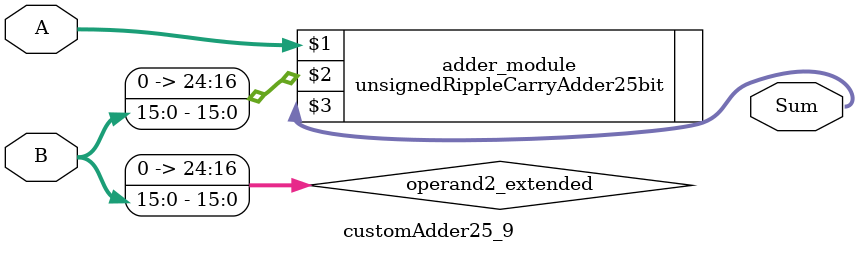
<source format=v>

module customAdder25_9(
                    input [24 : 0] A,
                    input [15 : 0] B,
                    
                    output [25 : 0] Sum
            );

    wire [24 : 0] operand2_extended;
    
    assign operand2_extended =  {9'b0, B};
    
    unsignedRippleCarryAdder25bit adder_module(
        A,
        operand2_extended,
        Sum
    );
    
endmodule
        
</source>
